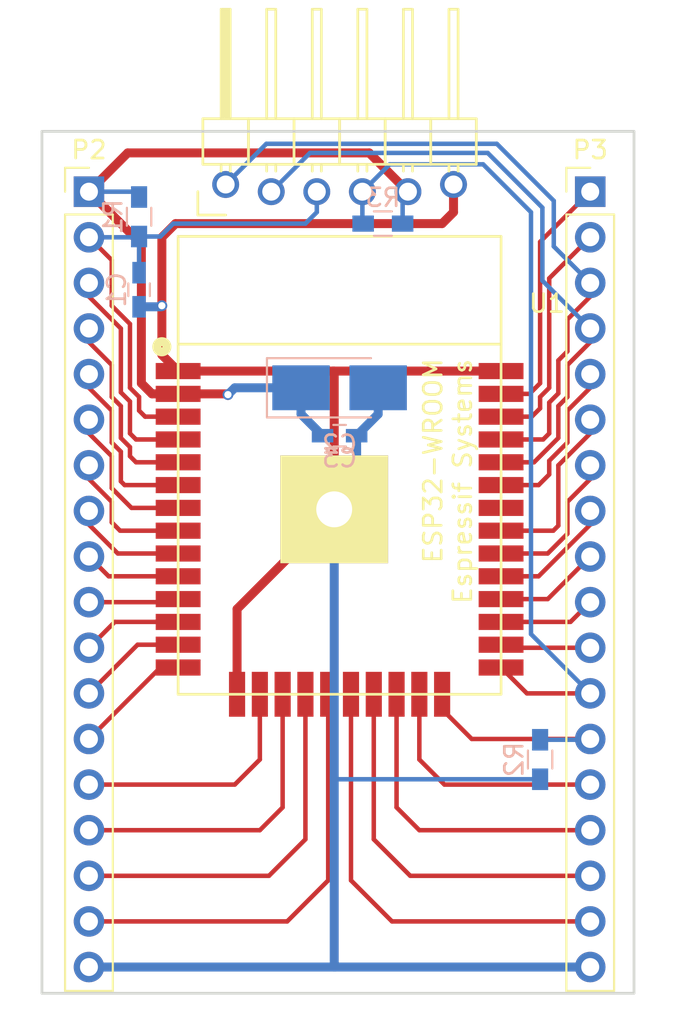
<source format=kicad_pcb>
(kicad_pcb (version 4) (host pcbnew 4.0.2-stable)

  (general
    (links 57)
    (no_connects 0)
    (area 129.511667 75.484999 167.668334 132.845)
    (thickness 1.6)
    (drawings 4)
    (tracks 215)
    (zones 0)
    (modules 10)
    (nets 37)
  )

  (page A4)
  (layers
    (0 F.Cu signal)
    (31 B.Cu signal)
    (32 B.Adhes user)
    (33 F.Adhes user)
    (34 B.Paste user)
    (35 F.Paste user)
    (36 B.SilkS user)
    (37 F.SilkS user)
    (38 B.Mask user)
    (39 F.Mask user)
    (40 Dwgs.User user)
    (41 Cmts.User user)
    (42 Eco1.User user)
    (43 Eco2.User user)
    (44 Edge.Cuts user)
    (45 Margin user)
    (46 B.CrtYd user)
    (47 F.CrtYd user)
    (48 B.Fab user)
    (49 F.Fab user)
  )

  (setup
    (last_trace_width 0.5)
    (user_trace_width 0.5)
    (user_trace_width 1)
    (user_trace_width 1.5)
    (trace_clearance 0.2)
    (zone_clearance 0.508)
    (zone_45_only no)
    (trace_min 0.2)
    (segment_width 0.2)
    (edge_width 0.15)
    (via_size 0.6)
    (via_drill 0.4)
    (via_min_size 0.4)
    (via_min_drill 0.3)
    (uvia_size 0.3)
    (uvia_drill 0.1)
    (uvias_allowed no)
    (uvia_min_size 0.2)
    (uvia_min_drill 0.1)
    (pcb_text_width 0.3)
    (pcb_text_size 1.5 1.5)
    (mod_edge_width 0.15)
    (mod_text_size 1 1)
    (mod_text_width 0.15)
    (pad_size 6 6)
    (pad_drill 2)
    (pad_to_mask_clearance 0.2)
    (aux_axis_origin 0 0)
    (visible_elements FFFFFF7F)
    (pcbplotparams
      (layerselection 0x00030_80000001)
      (usegerberextensions false)
      (excludeedgelayer true)
      (linewidth 0.100000)
      (plotframeref false)
      (viasonmask false)
      (mode 1)
      (useauxorigin false)
      (hpglpennumber 1)
      (hpglpenspeed 20)
      (hpglpendiameter 15)
      (hpglpenoverlay 2)
      (psnegative false)
      (psa4output false)
      (plotreference true)
      (plotvalue true)
      (plotinvisibletext false)
      (padsonsilk false)
      (subtractmaskfromsilk false)
      (outputformat 1)
      (mirror false)
      (drillshape 1)
      (scaleselection 1)
      (outputdirectory ""))
  )

  (net 0 "")
  (net 1 ~RST)
  (net 2 GND)
  (net 3 VCC)
  (net 4 TXD)
  (net 5 RXD)
  (net 6 ~FLASH)
  (net 7 "Net-(P2-Pad3)")
  (net 8 "Net-(P2-Pad4)")
  (net 9 "Net-(P2-Pad5)")
  (net 10 "Net-(P2-Pad6)")
  (net 11 "Net-(P2-Pad7)")
  (net 12 "Net-(P2-Pad8)")
  (net 13 "Net-(P2-Pad9)")
  (net 14 "Net-(P2-Pad10)")
  (net 15 "Net-(P2-Pad11)")
  (net 16 "Net-(P2-Pad12)")
  (net 17 "Net-(P2-Pad13)")
  (net 18 "Net-(P2-Pad14)")
  (net 19 "Net-(P2-Pad15)")
  (net 20 "Net-(P2-Pad16)")
  (net 21 "Net-(P2-Pad17)")
  (net 22 "Net-(P3-Pad1)")
  (net 23 "Net-(P3-Pad2)")
  (net 24 "Net-(P3-Pad5)")
  (net 25 "Net-(P3-Pad6)")
  (net 26 "Net-(P3-Pad7)")
  (net 27 "Net-(P3-Pad8)")
  (net 28 "Net-(P3-Pad9)")
  (net 29 "Net-(P3-Pad10)")
  (net 30 "Net-(P3-Pad11)")
  (net 31 "Net-(P3-Pad13)")
  (net 32 "Net-(P3-Pad14)")
  (net 33 "Net-(P3-Pad15)")
  (net 34 "Net-(P3-Pad16)")
  (net 35 "Net-(P3-Pad17)")
  (net 36 "Net-(U1-Pad32)")

  (net_class Default "This is the default net class."
    (clearance 0.2)
    (trace_width 0.25)
    (via_dia 0.6)
    (via_drill 0.4)
    (uvia_dia 0.3)
    (uvia_drill 0.1)
    (add_net GND)
    (add_net "Net-(P2-Pad10)")
    (add_net "Net-(P2-Pad11)")
    (add_net "Net-(P2-Pad12)")
    (add_net "Net-(P2-Pad13)")
    (add_net "Net-(P2-Pad14)")
    (add_net "Net-(P2-Pad15)")
    (add_net "Net-(P2-Pad16)")
    (add_net "Net-(P2-Pad17)")
    (add_net "Net-(P2-Pad3)")
    (add_net "Net-(P2-Pad4)")
    (add_net "Net-(P2-Pad5)")
    (add_net "Net-(P2-Pad6)")
    (add_net "Net-(P2-Pad7)")
    (add_net "Net-(P2-Pad8)")
    (add_net "Net-(P2-Pad9)")
    (add_net "Net-(P3-Pad1)")
    (add_net "Net-(P3-Pad10)")
    (add_net "Net-(P3-Pad11)")
    (add_net "Net-(P3-Pad13)")
    (add_net "Net-(P3-Pad14)")
    (add_net "Net-(P3-Pad15)")
    (add_net "Net-(P3-Pad16)")
    (add_net "Net-(P3-Pad17)")
    (add_net "Net-(P3-Pad2)")
    (add_net "Net-(P3-Pad5)")
    (add_net "Net-(P3-Pad6)")
    (add_net "Net-(P3-Pad7)")
    (add_net "Net-(P3-Pad8)")
    (add_net "Net-(P3-Pad9)")
    (add_net "Net-(U1-Pad32)")
    (add_net RXD)
    (add_net TXD)
    (add_net VCC)
    (add_net ~FLASH)
    (add_net ~RST)
  )

  (module Capacitors_SMD:C_0603_HandSoldering (layer B.Cu) (tedit 58AA848B) (tstamp 58DF828B)
    (at 137.414 91.821 270)
    (descr "Capacitor SMD 0603, hand soldering")
    (tags "capacitor 0603")
    (path /58D8B91A)
    (attr smd)
    (fp_text reference C1 (at 0 1.25 270) (layer B.SilkS)
      (effects (font (size 1 1) (thickness 0.15)) (justify mirror))
    )
    (fp_text value 1nF (at 0 -1.5 270) (layer B.Fab)
      (effects (font (size 1 1) (thickness 0.15)) (justify mirror))
    )
    (fp_text user %R (at 0 1.25 270) (layer B.Fab)
      (effects (font (size 1 1) (thickness 0.15)) (justify mirror))
    )
    (fp_line (start -0.8 -0.4) (end -0.8 0.4) (layer B.Fab) (width 0.1))
    (fp_line (start 0.8 -0.4) (end -0.8 -0.4) (layer B.Fab) (width 0.1))
    (fp_line (start 0.8 0.4) (end 0.8 -0.4) (layer B.Fab) (width 0.1))
    (fp_line (start -0.8 0.4) (end 0.8 0.4) (layer B.Fab) (width 0.1))
    (fp_line (start -0.35 0.6) (end 0.35 0.6) (layer B.SilkS) (width 0.12))
    (fp_line (start 0.35 -0.6) (end -0.35 -0.6) (layer B.SilkS) (width 0.12))
    (fp_line (start -1.8 0.65) (end 1.8 0.65) (layer B.CrtYd) (width 0.05))
    (fp_line (start -1.8 0.65) (end -1.8 -0.65) (layer B.CrtYd) (width 0.05))
    (fp_line (start 1.8 -0.65) (end 1.8 0.65) (layer B.CrtYd) (width 0.05))
    (fp_line (start 1.8 -0.65) (end -1.8 -0.65) (layer B.CrtYd) (width 0.05))
    (pad 1 smd rect (at -0.95 0 270) (size 1.2 0.75) (layers B.Cu B.Paste B.Mask)
      (net 1 ~RST))
    (pad 2 smd rect (at 0.95 0 270) (size 1.2 0.75) (layers B.Cu B.Paste B.Mask)
      (net 2 GND))
    (model Capacitors_SMD.3dshapes/C_0603.wrl
      (at (xyz 0 0 0))
      (scale (xyz 1 1 1))
      (rotate (xyz 0 0 0))
    )
  )

  (module Capacitors_Tantalum_SMD:CP_Tantalum_Case-B_EIA-3528-21_Hand (layer B.Cu) (tedit 57B6E980) (tstamp 58DF8291)
    (at 148.59 97.282)
    (descr "Tantalum capacitor, Case B, EIA 3528-21, 3.5x2.8x1.9mm, Hand soldering footprint")
    (tags "capacitor tantalum smd")
    (path /58D8C709)
    (attr smd)
    (fp_text reference C2 (at 0 3.15) (layer B.SilkS)
      (effects (font (size 1 1) (thickness 0.15)) (justify mirror))
    )
    (fp_text value 100uF/6.3V (at 0 -3.15) (layer B.Fab)
      (effects (font (size 1 1) (thickness 0.15)) (justify mirror))
    )
    (fp_line (start -4.15 1.75) (end -4.15 -1.75) (layer B.CrtYd) (width 0.05))
    (fp_line (start -4.15 -1.75) (end 4.15 -1.75) (layer B.CrtYd) (width 0.05))
    (fp_line (start 4.15 -1.75) (end 4.15 1.75) (layer B.CrtYd) (width 0.05))
    (fp_line (start 4.15 1.75) (end -4.15 1.75) (layer B.CrtYd) (width 0.05))
    (fp_line (start -1.75 1.4) (end -1.75 -1.4) (layer B.Fab) (width 0.1))
    (fp_line (start -1.75 -1.4) (end 1.75 -1.4) (layer B.Fab) (width 0.1))
    (fp_line (start 1.75 -1.4) (end 1.75 1.4) (layer B.Fab) (width 0.1))
    (fp_line (start 1.75 1.4) (end -1.75 1.4) (layer B.Fab) (width 0.1))
    (fp_line (start -1.4 1.4) (end -1.4 -1.4) (layer B.Fab) (width 0.1))
    (fp_line (start -1.225 1.4) (end -1.225 -1.4) (layer B.Fab) (width 0.1))
    (fp_line (start -4.05 1.65) (end 1.75 1.65) (layer B.SilkS) (width 0.12))
    (fp_line (start -4.05 -1.65) (end 1.75 -1.65) (layer B.SilkS) (width 0.12))
    (fp_line (start -4.05 1.65) (end -4.05 -1.65) (layer B.SilkS) (width 0.12))
    (pad 1 smd rect (at -2.15 0) (size 3.2 2.5) (layers B.Cu B.Paste B.Mask)
      (net 3 VCC))
    (pad 2 smd rect (at 2.15 0) (size 3.2 2.5) (layers B.Cu B.Paste B.Mask)
      (net 2 GND))
    (model Capacitors_Tantalum_SMD.3dshapes/CP_Tantalum_Case-B_EIA-3528-21.wrl
      (at (xyz 0 0 0))
      (scale (xyz 1 1 1))
      (rotate (xyz 0 0 0))
    )
  )

  (module Capacitors_SMD:C_0603_HandSoldering (layer B.Cu) (tedit 58AA848B) (tstamp 58DF8297)
    (at 148.59 99.949)
    (descr "Capacitor SMD 0603, hand soldering")
    (tags "capacitor 0603")
    (path /58D8C6B4)
    (attr smd)
    (fp_text reference C3 (at 0 1.25) (layer B.SilkS)
      (effects (font (size 1 1) (thickness 0.15)) (justify mirror))
    )
    (fp_text value 1uF (at 0 -1.5) (layer B.Fab)
      (effects (font (size 1 1) (thickness 0.15)) (justify mirror))
    )
    (fp_text user %R (at 0 1.25) (layer B.Fab)
      (effects (font (size 1 1) (thickness 0.15)) (justify mirror))
    )
    (fp_line (start -0.8 -0.4) (end -0.8 0.4) (layer B.Fab) (width 0.1))
    (fp_line (start 0.8 -0.4) (end -0.8 -0.4) (layer B.Fab) (width 0.1))
    (fp_line (start 0.8 0.4) (end 0.8 -0.4) (layer B.Fab) (width 0.1))
    (fp_line (start -0.8 0.4) (end 0.8 0.4) (layer B.Fab) (width 0.1))
    (fp_line (start -0.35 0.6) (end 0.35 0.6) (layer B.SilkS) (width 0.12))
    (fp_line (start 0.35 -0.6) (end -0.35 -0.6) (layer B.SilkS) (width 0.12))
    (fp_line (start -1.8 0.65) (end 1.8 0.65) (layer B.CrtYd) (width 0.05))
    (fp_line (start -1.8 0.65) (end -1.8 -0.65) (layer B.CrtYd) (width 0.05))
    (fp_line (start 1.8 -0.65) (end 1.8 0.65) (layer B.CrtYd) (width 0.05))
    (fp_line (start 1.8 -0.65) (end -1.8 -0.65) (layer B.CrtYd) (width 0.05))
    (pad 1 smd rect (at -0.95 0) (size 1.2 0.75) (layers B.Cu B.Paste B.Mask)
      (net 3 VCC))
    (pad 2 smd rect (at 0.95 0) (size 1.2 0.75) (layers B.Cu B.Paste B.Mask)
      (net 2 GND))
    (model Capacitors_SMD.3dshapes/C_0603.wrl
      (at (xyz 0 0 0))
      (scale (xyz 1 1 1))
      (rotate (xyz 0 0 0))
    )
  )

  (module suf_connector_misc:ESP_ISP (layer F.Cu) (tedit 5879F5DE) (tstamp 58DF82E2)
    (at 142.24 86.36 90)
    (descr "Through hole pin header")
    (tags "pin header")
    (path /58D65D4B)
    (fp_text reference P1 (at 0 -5.1 90) (layer F.SilkS) hide
      (effects (font (size 1 1) (thickness 0.15)))
    )
    (fp_text value CONN_01X06 (at 2.54 -2.54 90) (layer F.Fab)
      (effects (font (size 1 1) (thickness 0.15)))
    )
    (fp_line (start -1.5 -1.75) (end -1.5 14.45) (layer F.CrtYd) (width 0.05))
    (fp_line (start 10.65 -1.75) (end 10.65 14.45) (layer F.CrtYd) (width 0.05))
    (fp_line (start -1.5 -1.75) (end 10.65 -1.75) (layer F.CrtYd) (width 0.05))
    (fp_line (start -1.5 14.45) (end 10.65 14.45) (layer F.CrtYd) (width 0.05))
    (fp_line (start -1.3 -1.55) (end -1.3 0) (layer F.SilkS) (width 0.15))
    (fp_line (start 0 -1.55) (end -1.3 -1.55) (layer F.SilkS) (width 0.15))
    (fp_line (start 4.191 -0.127) (end 10.033 -0.127) (layer F.SilkS) (width 0.15))
    (fp_line (start 10.033 -0.127) (end 10.033 0.127) (layer F.SilkS) (width 0.15))
    (fp_line (start 10.033 0.127) (end 4.191 0.127) (layer F.SilkS) (width 0.15))
    (fp_line (start 4.191 0.127) (end 4.191 0) (layer F.SilkS) (width 0.15))
    (fp_line (start 4.191 0) (end 10.033 0) (layer F.SilkS) (width 0.15))
    (fp_line (start 1.524 -0.254) (end 1.143 -0.254) (layer F.SilkS) (width 0.15))
    (fp_line (start 1.524 0.254) (end 1.143 0.254) (layer F.SilkS) (width 0.15))
    (fp_line (start 1.524 2.286) (end 1.143 2.286) (layer F.SilkS) (width 0.15))
    (fp_line (start 1.524 2.794) (end 1.143 2.794) (layer F.SilkS) (width 0.15))
    (fp_line (start 1.524 4.826) (end 1.143 4.826) (layer F.SilkS) (width 0.15))
    (fp_line (start 1.524 5.334) (end 1.143 5.334) (layer F.SilkS) (width 0.15))
    (fp_line (start 1.524 12.954) (end 1.143 12.954) (layer F.SilkS) (width 0.15))
    (fp_line (start 1.524 12.446) (end 1.143 12.446) (layer F.SilkS) (width 0.15))
    (fp_line (start 1.524 10.414) (end 1.143 10.414) (layer F.SilkS) (width 0.15))
    (fp_line (start 1.524 9.906) (end 1.143 9.906) (layer F.SilkS) (width 0.15))
    (fp_line (start 1.524 7.874) (end 1.143 7.874) (layer F.SilkS) (width 0.15))
    (fp_line (start 1.524 7.366) (end 1.143 7.366) (layer F.SilkS) (width 0.15))
    (fp_line (start 1.524 -1.27) (end 4.064 -1.27) (layer F.SilkS) (width 0.15))
    (fp_line (start 1.524 1.27) (end 4.064 1.27) (layer F.SilkS) (width 0.15))
    (fp_line (start 1.524 1.27) (end 1.524 3.81) (layer F.SilkS) (width 0.15))
    (fp_line (start 1.524 3.81) (end 4.064 3.81) (layer F.SilkS) (width 0.15))
    (fp_line (start 4.064 2.286) (end 10.16 2.286) (layer F.SilkS) (width 0.15))
    (fp_line (start 10.16 2.286) (end 10.16 2.794) (layer F.SilkS) (width 0.15))
    (fp_line (start 10.16 2.794) (end 4.064 2.794) (layer F.SilkS) (width 0.15))
    (fp_line (start 4.064 3.81) (end 4.064 1.27) (layer F.SilkS) (width 0.15))
    (fp_line (start 4.064 1.27) (end 4.064 -1.27) (layer F.SilkS) (width 0.15))
    (fp_line (start 10.16 0.254) (end 4.064 0.254) (layer F.SilkS) (width 0.15))
    (fp_line (start 10.16 -0.254) (end 10.16 0.254) (layer F.SilkS) (width 0.15))
    (fp_line (start 4.064 -0.254) (end 10.16 -0.254) (layer F.SilkS) (width 0.15))
    (fp_line (start 1.524 1.27) (end 4.064 1.27) (layer F.SilkS) (width 0.15))
    (fp_line (start 1.524 -1.27) (end 1.524 1.27) (layer F.SilkS) (width 0.15))
    (fp_line (start 1.524 8.89) (end 4.064 8.89) (layer F.SilkS) (width 0.15))
    (fp_line (start 1.524 8.89) (end 1.524 11.43) (layer F.SilkS) (width 0.15))
    (fp_line (start 1.524 11.43) (end 4.064 11.43) (layer F.SilkS) (width 0.15))
    (fp_line (start 4.064 9.906) (end 10.16 9.906) (layer F.SilkS) (width 0.15))
    (fp_line (start 10.16 9.906) (end 10.16 10.414) (layer F.SilkS) (width 0.15))
    (fp_line (start 10.16 10.414) (end 4.064 10.414) (layer F.SilkS) (width 0.15))
    (fp_line (start 4.064 11.43) (end 4.064 8.89) (layer F.SilkS) (width 0.15))
    (fp_line (start 4.064 13.97) (end 4.064 11.43) (layer F.SilkS) (width 0.15))
    (fp_line (start 10.16 12.954) (end 4.064 12.954) (layer F.SilkS) (width 0.15))
    (fp_line (start 10.16 12.446) (end 10.16 12.954) (layer F.SilkS) (width 0.15))
    (fp_line (start 4.064 12.446) (end 10.16 12.446) (layer F.SilkS) (width 0.15))
    (fp_line (start 1.524 13.97) (end 4.064 13.97) (layer F.SilkS) (width 0.15))
    (fp_line (start 1.524 11.43) (end 1.524 13.97) (layer F.SilkS) (width 0.15))
    (fp_line (start 1.524 11.43) (end 4.064 11.43) (layer F.SilkS) (width 0.15))
    (fp_line (start 1.524 6.35) (end 4.064 6.35) (layer F.SilkS) (width 0.15))
    (fp_line (start 1.524 6.35) (end 1.524 8.89) (layer F.SilkS) (width 0.15))
    (fp_line (start 1.524 8.89) (end 4.064 8.89) (layer F.SilkS) (width 0.15))
    (fp_line (start 4.064 7.366) (end 10.16 7.366) (layer F.SilkS) (width 0.15))
    (fp_line (start 10.16 7.366) (end 10.16 7.874) (layer F.SilkS) (width 0.15))
    (fp_line (start 10.16 7.874) (end 4.064 7.874) (layer F.SilkS) (width 0.15))
    (fp_line (start 4.064 8.89) (end 4.064 6.35) (layer F.SilkS) (width 0.15))
    (fp_line (start 4.064 6.35) (end 4.064 3.81) (layer F.SilkS) (width 0.15))
    (fp_line (start 10.16 5.334) (end 4.064 5.334) (layer F.SilkS) (width 0.15))
    (fp_line (start 10.16 4.826) (end 10.16 5.334) (layer F.SilkS) (width 0.15))
    (fp_line (start 4.064 4.826) (end 10.16 4.826) (layer F.SilkS) (width 0.15))
    (fp_line (start 1.524 6.35) (end 4.064 6.35) (layer F.SilkS) (width 0.15))
    (fp_line (start 1.524 3.81) (end 1.524 6.35) (layer F.SilkS) (width 0.15))
    (fp_line (start 1.524 3.81) (end 4.064 3.81) (layer F.SilkS) (width 0.15))
    (pad 1 thru_hole circle (at 0.4 0 90) (size 1.5 1.5) (drill 1) (layers *.Cu *.Mask)
      (net 4 TXD))
    (pad 2 thru_hole circle (at 0 2.54 90) (size 1.5 1.5) (drill 1) (layers *.Cu *.Mask)
      (net 5 RXD))
    (pad 3 thru_hole circle (at 0 5.08 90) (size 1.5 1.5) (drill 1) (layers *.Cu *.Mask)
      (net 1 ~RST))
    (pad 4 thru_hole circle (at 0 7.62 90) (size 1.5 1.5) (drill 1) (layers *.Cu *.Mask)
      (net 6 ~FLASH))
    (pad 5 thru_hole circle (at 0 10.16 90) (size 1.5 1.5) (drill 1) (layers *.Cu *.Mask)
      (net 3 VCC))
    (pad 6 thru_hole circle (at 0.4 12.7 90) (size 1.5 1.5) (drill 1) (layers *.Cu *.Mask)
      (net 2 GND))
    (model Pin_Headers.3dshapes/Pin_Header_Angled_1x06.wrl
      (at (xyz 0 -0.25 0))
      (scale (xyz 1 1 1))
      (rotate (xyz 0 0 90))
    )
  )

  (module Pin_Headers:Pin_Header_Straight_1x18_Pitch2.54mm (layer F.Cu) (tedit 58CD4EC2) (tstamp 58DF82F8)
    (at 134.62 86.36)
    (descr "Through hole straight pin header, 1x18, 2.54mm pitch, single row")
    (tags "Through hole pin header THT 1x18 2.54mm single row")
    (path /58D66096)
    (fp_text reference P2 (at 0 -2.33) (layer F.SilkS)
      (effects (font (size 1 1) (thickness 0.15)))
    )
    (fp_text value CONN_01X18 (at 0 45.51) (layer F.Fab)
      (effects (font (size 1 1) (thickness 0.15)))
    )
    (fp_line (start -1.27 -1.27) (end -1.27 44.45) (layer F.Fab) (width 0.1))
    (fp_line (start -1.27 44.45) (end 1.27 44.45) (layer F.Fab) (width 0.1))
    (fp_line (start 1.27 44.45) (end 1.27 -1.27) (layer F.Fab) (width 0.1))
    (fp_line (start 1.27 -1.27) (end -1.27 -1.27) (layer F.Fab) (width 0.1))
    (fp_line (start -1.33 1.27) (end -1.33 44.51) (layer F.SilkS) (width 0.12))
    (fp_line (start -1.33 44.51) (end 1.33 44.51) (layer F.SilkS) (width 0.12))
    (fp_line (start 1.33 44.51) (end 1.33 1.27) (layer F.SilkS) (width 0.12))
    (fp_line (start 1.33 1.27) (end -1.33 1.27) (layer F.SilkS) (width 0.12))
    (fp_line (start -1.33 0) (end -1.33 -1.33) (layer F.SilkS) (width 0.12))
    (fp_line (start -1.33 -1.33) (end 0 -1.33) (layer F.SilkS) (width 0.12))
    (fp_line (start -1.8 -1.8) (end -1.8 44.95) (layer F.CrtYd) (width 0.05))
    (fp_line (start -1.8 44.95) (end 1.8 44.95) (layer F.CrtYd) (width 0.05))
    (fp_line (start 1.8 44.95) (end 1.8 -1.8) (layer F.CrtYd) (width 0.05))
    (fp_line (start 1.8 -1.8) (end -1.8 -1.8) (layer F.CrtYd) (width 0.05))
    (fp_text user %R (at 0 -2.33) (layer F.Fab)
      (effects (font (size 1 1) (thickness 0.15)))
    )
    (pad 1 thru_hole rect (at 0 0) (size 1.7 1.7) (drill 1) (layers *.Cu *.Mask)
      (net 3 VCC))
    (pad 2 thru_hole oval (at 0 2.54) (size 1.7 1.7) (drill 1) (layers *.Cu *.Mask)
      (net 1 ~RST))
    (pad 3 thru_hole oval (at 0 5.08) (size 1.7 1.7) (drill 1) (layers *.Cu *.Mask)
      (net 7 "Net-(P2-Pad3)"))
    (pad 4 thru_hole oval (at 0 7.62) (size 1.7 1.7) (drill 1) (layers *.Cu *.Mask)
      (net 8 "Net-(P2-Pad4)"))
    (pad 5 thru_hole oval (at 0 10.16) (size 1.7 1.7) (drill 1) (layers *.Cu *.Mask)
      (net 9 "Net-(P2-Pad5)"))
    (pad 6 thru_hole oval (at 0 12.7) (size 1.7 1.7) (drill 1) (layers *.Cu *.Mask)
      (net 10 "Net-(P2-Pad6)"))
    (pad 7 thru_hole oval (at 0 15.24) (size 1.7 1.7) (drill 1) (layers *.Cu *.Mask)
      (net 11 "Net-(P2-Pad7)"))
    (pad 8 thru_hole oval (at 0 17.78) (size 1.7 1.7) (drill 1) (layers *.Cu *.Mask)
      (net 12 "Net-(P2-Pad8)"))
    (pad 9 thru_hole oval (at 0 20.32) (size 1.7 1.7) (drill 1) (layers *.Cu *.Mask)
      (net 13 "Net-(P2-Pad9)"))
    (pad 10 thru_hole oval (at 0 22.86) (size 1.7 1.7) (drill 1) (layers *.Cu *.Mask)
      (net 14 "Net-(P2-Pad10)"))
    (pad 11 thru_hole oval (at 0 25.4) (size 1.7 1.7) (drill 1) (layers *.Cu *.Mask)
      (net 15 "Net-(P2-Pad11)"))
    (pad 12 thru_hole oval (at 0 27.94) (size 1.7 1.7) (drill 1) (layers *.Cu *.Mask)
      (net 16 "Net-(P2-Pad12)"))
    (pad 13 thru_hole oval (at 0 30.48) (size 1.7 1.7) (drill 1) (layers *.Cu *.Mask)
      (net 17 "Net-(P2-Pad13)"))
    (pad 14 thru_hole oval (at 0 33.02) (size 1.7 1.7) (drill 1) (layers *.Cu *.Mask)
      (net 18 "Net-(P2-Pad14)"))
    (pad 15 thru_hole oval (at 0 35.56) (size 1.7 1.7) (drill 1) (layers *.Cu *.Mask)
      (net 19 "Net-(P2-Pad15)"))
    (pad 16 thru_hole oval (at 0 38.1) (size 1.7 1.7) (drill 1) (layers *.Cu *.Mask)
      (net 20 "Net-(P2-Pad16)"))
    (pad 17 thru_hole oval (at 0 40.64) (size 1.7 1.7) (drill 1) (layers *.Cu *.Mask)
      (net 21 "Net-(P2-Pad17)"))
    (pad 18 thru_hole oval (at 0 43.18) (size 1.7 1.7) (drill 1) (layers *.Cu *.Mask)
      (net 2 GND))
    (model ${KISYS3DMOD}/Pin_Headers.3dshapes/Pin_Header_Straight_1x18_Pitch2.54mm.wrl
      (at (xyz 0 -0.85 0))
      (scale (xyz 1 1 1))
      (rotate (xyz 0 0 90))
    )
  )

  (module Pin_Headers:Pin_Header_Straight_1x18_Pitch2.54mm (layer F.Cu) (tedit 58CD4EC2) (tstamp 58DF830E)
    (at 162.56 86.36)
    (descr "Through hole straight pin header, 1x18, 2.54mm pitch, single row")
    (tags "Through hole pin header THT 1x18 2.54mm single row")
    (path /58D663E3)
    (fp_text reference P3 (at 0 -2.33) (layer F.SilkS)
      (effects (font (size 1 1) (thickness 0.15)))
    )
    (fp_text value CONN_01X18 (at 0 45.51) (layer F.Fab)
      (effects (font (size 1 1) (thickness 0.15)))
    )
    (fp_line (start -1.27 -1.27) (end -1.27 44.45) (layer F.Fab) (width 0.1))
    (fp_line (start -1.27 44.45) (end 1.27 44.45) (layer F.Fab) (width 0.1))
    (fp_line (start 1.27 44.45) (end 1.27 -1.27) (layer F.Fab) (width 0.1))
    (fp_line (start 1.27 -1.27) (end -1.27 -1.27) (layer F.Fab) (width 0.1))
    (fp_line (start -1.33 1.27) (end -1.33 44.51) (layer F.SilkS) (width 0.12))
    (fp_line (start -1.33 44.51) (end 1.33 44.51) (layer F.SilkS) (width 0.12))
    (fp_line (start 1.33 44.51) (end 1.33 1.27) (layer F.SilkS) (width 0.12))
    (fp_line (start 1.33 1.27) (end -1.33 1.27) (layer F.SilkS) (width 0.12))
    (fp_line (start -1.33 0) (end -1.33 -1.33) (layer F.SilkS) (width 0.12))
    (fp_line (start -1.33 -1.33) (end 0 -1.33) (layer F.SilkS) (width 0.12))
    (fp_line (start -1.8 -1.8) (end -1.8 44.95) (layer F.CrtYd) (width 0.05))
    (fp_line (start -1.8 44.95) (end 1.8 44.95) (layer F.CrtYd) (width 0.05))
    (fp_line (start 1.8 44.95) (end 1.8 -1.8) (layer F.CrtYd) (width 0.05))
    (fp_line (start 1.8 -1.8) (end -1.8 -1.8) (layer F.CrtYd) (width 0.05))
    (fp_text user %R (at 0 -2.33) (layer F.Fab)
      (effects (font (size 1 1) (thickness 0.15)))
    )
    (pad 1 thru_hole rect (at 0 0) (size 1.7 1.7) (drill 1) (layers *.Cu *.Mask)
      (net 22 "Net-(P3-Pad1)"))
    (pad 2 thru_hole oval (at 0 2.54) (size 1.7 1.7) (drill 1) (layers *.Cu *.Mask)
      (net 23 "Net-(P3-Pad2)"))
    (pad 3 thru_hole oval (at 0 5.08) (size 1.7 1.7) (drill 1) (layers *.Cu *.Mask)
      (net 4 TXD))
    (pad 4 thru_hole oval (at 0 7.62) (size 1.7 1.7) (drill 1) (layers *.Cu *.Mask)
      (net 5 RXD))
    (pad 5 thru_hole oval (at 0 10.16) (size 1.7 1.7) (drill 1) (layers *.Cu *.Mask)
      (net 24 "Net-(P3-Pad5)"))
    (pad 6 thru_hole oval (at 0 12.7) (size 1.7 1.7) (drill 1) (layers *.Cu *.Mask)
      (net 25 "Net-(P3-Pad6)"))
    (pad 7 thru_hole oval (at 0 15.24) (size 1.7 1.7) (drill 1) (layers *.Cu *.Mask)
      (net 26 "Net-(P3-Pad7)"))
    (pad 8 thru_hole oval (at 0 17.78) (size 1.7 1.7) (drill 1) (layers *.Cu *.Mask)
      (net 27 "Net-(P3-Pad8)"))
    (pad 9 thru_hole oval (at 0 20.32) (size 1.7 1.7) (drill 1) (layers *.Cu *.Mask)
      (net 28 "Net-(P3-Pad9)"))
    (pad 10 thru_hole oval (at 0 22.86) (size 1.7 1.7) (drill 1) (layers *.Cu *.Mask)
      (net 29 "Net-(P3-Pad10)"))
    (pad 11 thru_hole oval (at 0 25.4) (size 1.7 1.7) (drill 1) (layers *.Cu *.Mask)
      (net 30 "Net-(P3-Pad11)"))
    (pad 12 thru_hole oval (at 0 27.94) (size 1.7 1.7) (drill 1) (layers *.Cu *.Mask)
      (net 6 ~FLASH))
    (pad 13 thru_hole oval (at 0 30.48) (size 1.7 1.7) (drill 1) (layers *.Cu *.Mask)
      (net 31 "Net-(P3-Pad13)"))
    (pad 14 thru_hole oval (at 0 33.02) (size 1.7 1.7) (drill 1) (layers *.Cu *.Mask)
      (net 32 "Net-(P3-Pad14)"))
    (pad 15 thru_hole oval (at 0 35.56) (size 1.7 1.7) (drill 1) (layers *.Cu *.Mask)
      (net 33 "Net-(P3-Pad15)"))
    (pad 16 thru_hole oval (at 0 38.1) (size 1.7 1.7) (drill 1) (layers *.Cu *.Mask)
      (net 34 "Net-(P3-Pad16)"))
    (pad 17 thru_hole oval (at 0 40.64) (size 1.7 1.7) (drill 1) (layers *.Cu *.Mask)
      (net 35 "Net-(P3-Pad17)"))
    (pad 18 thru_hole oval (at 0 43.18) (size 1.7 1.7) (drill 1) (layers *.Cu *.Mask)
      (net 2 GND))
    (model ${KISYS3DMOD}/Pin_Headers.3dshapes/Pin_Header_Straight_1x18_Pitch2.54mm.wrl
      (at (xyz 0 -0.85 0))
      (scale (xyz 1 1 1))
      (rotate (xyz 0 0 90))
    )
  )

  (module Resistors_SMD:R_0603_HandSoldering (layer B.Cu) (tedit 58AAD9E8) (tstamp 58DF8314)
    (at 137.414 87.757 270)
    (descr "Resistor SMD 0603, hand soldering")
    (tags "resistor 0603")
    (path /58D8B863)
    (attr smd)
    (fp_text reference R1 (at 0 1.45 270) (layer B.SilkS)
      (effects (font (size 1 1) (thickness 0.15)) (justify mirror))
    )
    (fp_text value 12K (at 0 -1.55 270) (layer B.Fab)
      (effects (font (size 1 1) (thickness 0.15)) (justify mirror))
    )
    (fp_text user %R (at 0 1.45 270) (layer B.Fab)
      (effects (font (size 1 1) (thickness 0.15)) (justify mirror))
    )
    (fp_line (start -0.8 -0.4) (end -0.8 0.4) (layer B.Fab) (width 0.1))
    (fp_line (start 0.8 -0.4) (end -0.8 -0.4) (layer B.Fab) (width 0.1))
    (fp_line (start 0.8 0.4) (end 0.8 -0.4) (layer B.Fab) (width 0.1))
    (fp_line (start -0.8 0.4) (end 0.8 0.4) (layer B.Fab) (width 0.1))
    (fp_line (start 0.5 -0.68) (end -0.5 -0.68) (layer B.SilkS) (width 0.12))
    (fp_line (start -0.5 0.68) (end 0.5 0.68) (layer B.SilkS) (width 0.12))
    (fp_line (start -1.96 0.7) (end 1.95 0.7) (layer B.CrtYd) (width 0.05))
    (fp_line (start -1.96 0.7) (end -1.96 -0.7) (layer B.CrtYd) (width 0.05))
    (fp_line (start 1.95 -0.7) (end 1.95 0.7) (layer B.CrtYd) (width 0.05))
    (fp_line (start 1.95 -0.7) (end -1.96 -0.7) (layer B.CrtYd) (width 0.05))
    (pad 1 smd rect (at -1.1 0 270) (size 1.2 0.9) (layers B.Cu B.Paste B.Mask)
      (net 3 VCC))
    (pad 2 smd rect (at 1.1 0 270) (size 1.2 0.9) (layers B.Cu B.Paste B.Mask)
      (net 1 ~RST))
    (model Resistors_SMD.3dshapes/R_0603.wrl
      (at (xyz 0 0 0))
      (scale (xyz 1 1 1))
      (rotate (xyz 0 0 0))
    )
  )

  (module Resistors_SMD:R_0603_HandSoldering (layer B.Cu) (tedit 58AAD9E8) (tstamp 58DF831A)
    (at 159.766 117.983 270)
    (descr "Resistor SMD 0603, hand soldering")
    (tags "resistor 0603")
    (path /58D8B79C)
    (attr smd)
    (fp_text reference R2 (at 0 1.45 270) (layer B.SilkS)
      (effects (font (size 1 1) (thickness 0.15)) (justify mirror))
    )
    (fp_text value 5.1K (at 0 -1.55 270) (layer B.Fab)
      (effects (font (size 1 1) (thickness 0.15)) (justify mirror))
    )
    (fp_text user %R (at 0 1.45 270) (layer B.Fab)
      (effects (font (size 1 1) (thickness 0.15)) (justify mirror))
    )
    (fp_line (start -0.8 -0.4) (end -0.8 0.4) (layer B.Fab) (width 0.1))
    (fp_line (start 0.8 -0.4) (end -0.8 -0.4) (layer B.Fab) (width 0.1))
    (fp_line (start 0.8 0.4) (end 0.8 -0.4) (layer B.Fab) (width 0.1))
    (fp_line (start -0.8 0.4) (end 0.8 0.4) (layer B.Fab) (width 0.1))
    (fp_line (start 0.5 -0.68) (end -0.5 -0.68) (layer B.SilkS) (width 0.12))
    (fp_line (start -0.5 0.68) (end 0.5 0.68) (layer B.SilkS) (width 0.12))
    (fp_line (start -1.96 0.7) (end 1.95 0.7) (layer B.CrtYd) (width 0.05))
    (fp_line (start -1.96 0.7) (end -1.96 -0.7) (layer B.CrtYd) (width 0.05))
    (fp_line (start 1.95 -0.7) (end 1.95 0.7) (layer B.CrtYd) (width 0.05))
    (fp_line (start 1.95 -0.7) (end -1.96 -0.7) (layer B.CrtYd) (width 0.05))
    (pad 1 smd rect (at -1.1 0 270) (size 1.2 0.9) (layers B.Cu B.Paste B.Mask)
      (net 31 "Net-(P3-Pad13)"))
    (pad 2 smd rect (at 1.1 0 270) (size 1.2 0.9) (layers B.Cu B.Paste B.Mask)
      (net 2 GND))
    (model Resistors_SMD.3dshapes/R_0603.wrl
      (at (xyz 0 0 0))
      (scale (xyz 1 1 1))
      (rotate (xyz 0 0 0))
    )
  )

  (module Resistors_SMD:R_0603_HandSoldering (layer B.Cu) (tedit 58AAD9E8) (tstamp 58DF8320)
    (at 151.003 88.138 180)
    (descr "Resistor SMD 0603, hand soldering")
    (tags "resistor 0603")
    (path /58D8B6E6)
    (attr smd)
    (fp_text reference R3 (at 0 1.45 180) (layer B.SilkS)
      (effects (font (size 1 1) (thickness 0.15)) (justify mirror))
    )
    (fp_text value 5.1K (at 0 -1.55 180) (layer B.Fab)
      (effects (font (size 1 1) (thickness 0.15)) (justify mirror))
    )
    (fp_text user %R (at 0 1.45 180) (layer B.Fab)
      (effects (font (size 1 1) (thickness 0.15)) (justify mirror))
    )
    (fp_line (start -0.8 -0.4) (end -0.8 0.4) (layer B.Fab) (width 0.1))
    (fp_line (start 0.8 -0.4) (end -0.8 -0.4) (layer B.Fab) (width 0.1))
    (fp_line (start 0.8 0.4) (end 0.8 -0.4) (layer B.Fab) (width 0.1))
    (fp_line (start -0.8 0.4) (end 0.8 0.4) (layer B.Fab) (width 0.1))
    (fp_line (start 0.5 -0.68) (end -0.5 -0.68) (layer B.SilkS) (width 0.12))
    (fp_line (start -0.5 0.68) (end 0.5 0.68) (layer B.SilkS) (width 0.12))
    (fp_line (start -1.96 0.7) (end 1.95 0.7) (layer B.CrtYd) (width 0.05))
    (fp_line (start -1.96 0.7) (end -1.96 -0.7) (layer B.CrtYd) (width 0.05))
    (fp_line (start 1.95 -0.7) (end 1.95 0.7) (layer B.CrtYd) (width 0.05))
    (fp_line (start 1.95 -0.7) (end -1.96 -0.7) (layer B.CrtYd) (width 0.05))
    (pad 1 smd rect (at -1.1 0 180) (size 1.2 0.9) (layers B.Cu B.Paste B.Mask)
      (net 3 VCC))
    (pad 2 smd rect (at 1.1 0 180) (size 1.2 0.9) (layers B.Cu B.Paste B.Mask)
      (net 6 ~FLASH))
    (model Resistors_SMD.3dshapes/R_0603.wrl
      (at (xyz 0 0 0))
      (scale (xyz 1 1 1))
      (rotate (xyz 0 0 0))
    )
  )

  (module suf_module:ESP-WROOM-32 (layer F.Cu) (tedit 58E1F609) (tstamp 58DF834B)
    (at 148.59 101.6 180)
    (path /58D65D0C)
    (fp_text reference U1 (at -11.557 9.017 180) (layer F.SilkS)
      (effects (font (size 1 1) (thickness 0.15)))
    )
    (fp_text value ESP32-WROOM (at 5.715 14.224 180) (layer F.Fab)
      (effects (font (size 1 1) (thickness 0.15)))
    )
    (fp_text user "Espressif Systems" (at -6.858 -0.889 270) (layer F.SilkS)
      (effects (font (size 1 1) (thickness 0.15)))
    )
    (fp_circle (center 9.906 6.604) (end 10.033 6.858) (layer F.SilkS) (width 0.5))
    (fp_text user ESP32-WROOM (at -5.207 0.254 270) (layer F.SilkS)
      (effects (font (size 1 1) (thickness 0.15)))
    )
    (fp_line (start -9 6.75) (end 9 6.75) (layer F.SilkS) (width 0.15))
    (fp_line (start 9 12.75) (end 9 -12.75) (layer F.SilkS) (width 0.15))
    (fp_line (start -9 12.75) (end -9 -12.75) (layer F.SilkS) (width 0.15))
    (fp_line (start -9 -12.75) (end 9 -12.75) (layer F.SilkS) (width 0.15))
    (fp_line (start -9 12.75) (end 9 12.75) (layer F.SilkS) (width 0.15))
    (pad 38 smd rect (at -9 5.25 180) (size 2.5 0.9) (layers F.Cu F.Paste F.Mask)
      (net 2 GND))
    (pad 37 smd rect (at -9 3.98 180) (size 2.5 0.9) (layers F.Cu F.Paste F.Mask)
      (net 22 "Net-(P3-Pad1)"))
    (pad 36 smd rect (at -9 2.71 180) (size 2.5 0.9) (layers F.Cu F.Paste F.Mask)
      (net 23 "Net-(P3-Pad2)"))
    (pad 35 smd rect (at -9 1.44 180) (size 2.5 0.9) (layers F.Cu F.Paste F.Mask)
      (net 4 TXD))
    (pad 34 smd rect (at -9 0.17 180) (size 2.5 0.9) (layers F.Cu F.Paste F.Mask)
      (net 5 RXD))
    (pad 33 smd rect (at -9 -1.1 180) (size 2.5 0.9) (layers F.Cu F.Paste F.Mask)
      (net 24 "Net-(P3-Pad5)"))
    (pad 32 smd rect (at -9 -2.37 180) (size 2.5 0.9) (layers F.Cu F.Paste F.Mask)
      (net 36 "Net-(U1-Pad32)"))
    (pad 31 smd rect (at -9 -3.64 180) (size 2.5 0.9) (layers F.Cu F.Paste F.Mask)
      (net 25 "Net-(P3-Pad6)"))
    (pad 30 smd rect (at -9 -4.91 180) (size 2.5 0.9) (layers F.Cu F.Paste F.Mask)
      (net 26 "Net-(P3-Pad7)"))
    (pad 29 smd rect (at -9 -6.18 180) (size 2.5 0.9) (layers F.Cu F.Paste F.Mask)
      (net 27 "Net-(P3-Pad8)"))
    (pad 28 smd rect (at -9 -7.45 180) (size 2.5 0.9) (layers F.Cu F.Paste F.Mask)
      (net 28 "Net-(P3-Pad9)"))
    (pad 27 smd rect (at -9 -8.72 180) (size 2.5 0.9) (layers F.Cu F.Paste F.Mask)
      (net 29 "Net-(P3-Pad10)"))
    (pad 26 smd rect (at -9 -9.99 180) (size 2.5 0.9) (layers F.Cu F.Paste F.Mask)
      (net 30 "Net-(P3-Pad11)"))
    (pad 25 smd rect (at -9 -11.26 180) (size 2.5 0.9) (layers F.Cu F.Paste F.Mask)
      (net 6 ~FLASH))
    (pad 24 smd rect (at -5.715 -12.75 180) (size 0.9 2.5) (layers F.Cu F.Paste F.Mask)
      (net 31 "Net-(P3-Pad13)"))
    (pad 23 smd rect (at -4.445 -12.75 180) (size 0.9 2.5) (layers F.Cu F.Paste F.Mask)
      (net 32 "Net-(P3-Pad14)"))
    (pad 22 smd rect (at -3.175 -12.75 180) (size 0.9 2.5) (layers F.Cu F.Paste F.Mask)
      (net 33 "Net-(P3-Pad15)"))
    (pad 21 smd rect (at -1.905 -12.75 180) (size 0.9 2.5) (layers F.Cu F.Paste F.Mask)
      (net 34 "Net-(P3-Pad16)"))
    (pad 20 smd rect (at -0.635 -12.75 180) (size 0.9 2.5) (layers F.Cu F.Paste F.Mask)
      (net 35 "Net-(P3-Pad17)"))
    (pad 19 smd rect (at 0.635 -12.75 180) (size 0.9 2.5) (layers F.Cu F.Paste F.Mask)
      (net 21 "Net-(P2-Pad17)"))
    (pad 18 smd rect (at 1.905 -12.75 180) (size 0.9 2.5) (layers F.Cu F.Paste F.Mask)
      (net 20 "Net-(P2-Pad16)"))
    (pad 17 smd rect (at 3.175 -12.75 180) (size 0.9 2.5) (layers F.Cu F.Paste F.Mask)
      (net 19 "Net-(P2-Pad15)"))
    (pad 16 smd rect (at 4.445 -12.75 180) (size 0.9 2.5) (layers F.Cu F.Paste F.Mask)
      (net 18 "Net-(P2-Pad14)"))
    (pad 15 smd rect (at 5.715 -12.75 180) (size 0.9 2.5) (layers F.Cu F.Paste F.Mask)
      (net 2 GND))
    (pad 14 smd rect (at 9 -11.26 180) (size 2.5 0.9) (layers F.Cu F.Paste F.Mask)
      (net 17 "Net-(P2-Pad13)"))
    (pad 13 smd rect (at 9 -9.99 180) (size 2.5 0.9) (layers F.Cu F.Paste F.Mask)
      (net 16 "Net-(P2-Pad12)"))
    (pad 12 smd rect (at 9 -8.72 180) (size 2.5 0.9) (layers F.Cu F.Paste F.Mask)
      (net 15 "Net-(P2-Pad11)"))
    (pad 11 smd rect (at 9 -7.45 180) (size 2.5 0.9) (layers F.Cu F.Paste F.Mask)
      (net 14 "Net-(P2-Pad10)"))
    (pad 10 smd rect (at 9 -6.18 180) (size 2.5 0.9) (layers F.Cu F.Paste F.Mask)
      (net 13 "Net-(P2-Pad9)"))
    (pad 9 smd rect (at 9 -4.91 180) (size 2.5 0.9) (layers F.Cu F.Paste F.Mask)
      (net 12 "Net-(P2-Pad8)"))
    (pad 8 smd rect (at 9 -3.64 180) (size 2.5 0.9) (layers F.Cu F.Paste F.Mask)
      (net 11 "Net-(P2-Pad7)"))
    (pad 7 smd rect (at 9 -2.37 180) (size 2.5 0.9) (layers F.Cu F.Paste F.Mask)
      (net 10 "Net-(P2-Pad6)"))
    (pad 6 smd rect (at 9 -1.1 180) (size 2.5 0.9) (layers F.Cu F.Paste F.Mask)
      (net 9 "Net-(P2-Pad5)"))
    (pad 5 smd rect (at 9 0.17 180) (size 2.5 0.9) (layers F.Cu F.Paste F.Mask)
      (net 8 "Net-(P2-Pad4)"))
    (pad 4 smd rect (at 9 1.44 180) (size 2.5 0.9) (layers F.Cu F.Paste F.Mask)
      (net 7 "Net-(P2-Pad3)"))
    (pad 3 smd rect (at 9 2.71 180) (size 2.5 0.9) (layers F.Cu F.Paste F.Mask)
      (net 1 ~RST))
    (pad 2 smd rect (at 9 3.98 180) (size 2.5 0.9) (layers F.Cu F.Paste F.Mask)
      (net 3 VCC))
    (pad 1 smd rect (at 9 5.25 180) (size 2.5 0.9) (layers F.Cu F.Paste F.Mask)
      (net 2 GND))
    (pad 39 thru_hole rect (at 0.3 -2.45 180) (size 6 6) (drill 2) (layers *.Cu *.Mask F.SilkS)
      (net 2 GND))
  )

  (gr_line (start 132 131) (end 132 83) (angle 90) (layer Edge.Cuts) (width 0.15))
  (gr_line (start 165 131) (end 132 131) (angle 90) (layer Edge.Cuts) (width 0.15))
  (gr_line (start 165 83) (end 165 131) (angle 90) (layer Edge.Cuts) (width 0.15))
  (gr_line (start 132 83) (end 165 83) (angle 90) (layer Edge.Cuts) (width 0.15))

  (segment (start 139.59 98.89) (end 137.752 98.89) (width 0.25) (layer F.Cu) (net 1))
  (segment (start 135.89 90.17) (end 134.62 88.9) (width 0.25) (layer F.Cu) (net 1) (tstamp 58DF8F37))
  (segment (start 135.89 92.71) (end 135.89 90.17) (width 0.25) (layer F.Cu) (net 1) (tstamp 58DF8F32))
  (segment (start 136.906 93.726) (end 135.89 92.71) (width 0.25) (layer F.Cu) (net 1) (tstamp 58DF8F2C))
  (segment (start 136.906 97.282) (end 136.906 93.726) (width 0.25) (layer F.Cu) (net 1) (tstamp 58DF8F2A))
  (segment (start 137.414 97.79) (end 136.906 97.282) (width 0.25) (layer F.Cu) (net 1) (tstamp 58DF8F29))
  (segment (start 137.414 98.552) (end 137.414 97.79) (width 0.25) (layer F.Cu) (net 1) (tstamp 58DF8F26))
  (segment (start 137.752 98.89) (end 137.414 98.552) (width 0.25) (layer F.Cu) (net 1) (tstamp 58DF8F22))
  (segment (start 137.414 88.857) (end 138.6 88.857) (width 0.25) (layer B.Cu) (net 1))
  (segment (start 147.32 87.503) (end 147.32 86.36) (width 0.25) (layer B.Cu) (net 1) (tstamp 58DF8D84))
  (segment (start 146.685 88.138) (end 147.32 87.503) (width 0.25) (layer B.Cu) (net 1) (tstamp 58DF8D81))
  (segment (start 139.319 88.138) (end 146.685 88.138) (width 0.25) (layer B.Cu) (net 1) (tstamp 58DF8D7E))
  (segment (start 138.6 88.857) (end 139.319 88.138) (width 0.25) (layer B.Cu) (net 1) (tstamp 58DF8D78))
  (segment (start 137.414 88.857) (end 137.414 90.871) (width 0.25) (layer B.Cu) (net 1))
  (segment (start 134.62 88.9) (end 137.371 88.9) (width 0.25) (layer B.Cu) (net 1))
  (segment (start 137.371 88.9) (end 137.414 88.857) (width 0.25) (layer B.Cu) (net 1) (tstamp 58DF8C34))
  (segment (start 148.29 104.05) (end 148.29 96.35) (width 0.5) (layer F.Cu) (net 2))
  (segment (start 148.29 96.35) (end 148.247 96.393) (width 0.5) (layer F.Cu) (net 2) (tstamp 58E1F6D2))
  (segment (start 148.247 96.393) (end 148.209 96.393) (width 0.5) (layer F.Cu) (net 2) (tstamp 58E1F6DC))
  (segment (start 148.209 96.393) (end 148.209 96.35) (width 0.5) (layer F.Cu) (net 2) (tstamp 58E1F6DD))
  (segment (start 159.766 119.083) (end 148.29 119.083) (width 0.25) (layer B.Cu) (net 2))
  (segment (start 148.336 118.999) (end 148.29 118.999) (width 0.25) (layer B.Cu) (net 2) (tstamp 58E1F6BB))
  (segment (start 148.336 119.037) (end 148.336 118.999) (width 0.25) (layer B.Cu) (net 2) (tstamp 58E1F6BA))
  (segment (start 148.29 119.083) (end 148.336 119.037) (width 0.25) (layer B.Cu) (net 2) (tstamp 58E1F6B7))
  (segment (start 148.29 104.05) (end 148.29 118.999) (width 0.5) (layer B.Cu) (net 2))
  (segment (start 148.29 118.999) (end 148.29 129.54) (width 0.5) (layer B.Cu) (net 2) (tstamp 58E1F6BC))
  (segment (start 148.29 129.54) (end 148.336 129.494) (width 0.5) (layer B.Cu) (net 2) (tstamp 58E1F6A5))
  (segment (start 148.336 129.494) (end 148.336 129.413) (width 0.5) (layer B.Cu) (net 2) (tstamp 58E1F6AA))
  (segment (start 148.336 129.413) (end 148.336 129.54) (width 0.5) (layer B.Cu) (net 2) (tstamp 58E1F6AB))
  (segment (start 162.56 129.54) (end 148.336 129.54) (width 0.5) (layer B.Cu) (net 2))
  (segment (start 148.336 129.54) (end 134.62 129.54) (width 0.5) (layer B.Cu) (net 2) (tstamp 58E1F6AC))
  (segment (start 148.29 104.05) (end 148.29 104.186) (width 0.5) (layer F.Cu) (net 2))
  (segment (start 148.29 104.186) (end 142.875 109.601) (width 0.5) (layer F.Cu) (net 2) (tstamp 58E1F671))
  (segment (start 142.875 109.601) (end 142.875 114.35) (width 0.5) (layer F.Cu) (net 2) (tstamp 58E1F674))
  (segment (start 149.54 99.949) (end 149.54 102.8) (width 0.5) (layer B.Cu) (net 2))
  (segment (start 149.54 102.8) (end 148.29 104.05) (width 0.5) (layer B.Cu) (net 2) (tstamp 58E1F633))
  (segment (start 137.414 92.771) (end 138.623 92.771) (width 0.5) (layer B.Cu) (net 2))
  (via (at 138.684 92.71) (size 0.6) (drill 0.4) (layers F.Cu B.Cu) (net 2))
  (segment (start 138.623 92.771) (end 138.684 92.71) (width 0.5) (layer B.Cu) (net 2) (tstamp 58DF901D))
  (segment (start 139.59 96.35) (end 148.209 96.35) (width 0.5) (layer F.Cu) (net 2))
  (segment (start 148.209 96.35) (end 157.59 96.35) (width 0.5) (layer F.Cu) (net 2) (tstamp 58E1F6DE))
  (segment (start 150.74 97.282) (end 150.74 98.749) (width 0.5) (layer B.Cu) (net 2))
  (segment (start 150.74 98.749) (end 149.54 99.949) (width 0.5) (layer B.Cu) (net 2) (tstamp 58DF8FE1))
  (segment (start 139.59 96.35) (end 138.684 95.444) (width 0.5) (layer F.Cu) (net 2))
  (segment (start 154.94 87.503) (end 154.94 85.96) (width 0.5) (layer F.Cu) (net 2) (tstamp 58DF8D17))
  (segment (start 154.305 88.138) (end 154.94 87.503) (width 0.5) (layer F.Cu) (net 2) (tstamp 58DF8D16))
  (segment (start 139.446 88.138) (end 154.305 88.138) (width 0.5) (layer F.Cu) (net 2) (tstamp 58DF8D0F))
  (segment (start 138.684 88.9) (end 139.446 88.138) (width 0.5) (layer F.Cu) (net 2) (tstamp 58DF8D06))
  (segment (start 138.684 95.444) (end 138.684 92.71) (width 0.5) (layer F.Cu) (net 2) (tstamp 58DF8D02))
  (segment (start 138.684 92.71) (end 138.684 88.9) (width 0.5) (layer F.Cu) (net 2) (tstamp 58DF9028))
  (segment (start 146.44 97.282) (end 146.44 98.749) (width 0.5) (layer B.Cu) (net 3))
  (segment (start 146.44 98.749) (end 147.64 99.949) (width 0.5) (layer B.Cu) (net 3) (tstamp 58DF8FDD))
  (segment (start 146.44 97.282) (end 142.748 97.282) (width 0.5) (layer B.Cu) (net 3))
  (segment (start 142.324 97.62) (end 139.59 97.62) (width 0.5) (layer F.Cu) (net 3) (tstamp 58DF8FD1))
  (segment (start 142.367 97.663) (end 142.324 97.62) (width 0.5) (layer F.Cu) (net 3) (tstamp 58DF8FD0))
  (via (at 142.367 97.663) (size 0.6) (drill 0.4) (layers F.Cu B.Cu) (net 3))
  (segment (start 142.748 97.282) (end 142.367 97.663) (width 0.5) (layer B.Cu) (net 3) (tstamp 58DF8FC9))
  (segment (start 139.59 97.62) (end 138.133 97.62) (width 0.5) (layer F.Cu) (net 3))
  (segment (start 137.541 89.281) (end 134.62 86.36) (width 0.5) (layer F.Cu) (net 3) (tstamp 58DF8F56))
  (segment (start 137.541 97.028) (end 137.541 89.281) (width 0.5) (layer F.Cu) (net 3) (tstamp 58DF8F55))
  (segment (start 138.133 97.62) (end 137.541 97.028) (width 0.5) (layer F.Cu) (net 3) (tstamp 58DF8F52))
  (segment (start 152.103 88.138) (end 152.103 86.657) (width 0.25) (layer B.Cu) (net 3))
  (segment (start 152.103 86.657) (end 152.4 86.36) (width 0.25) (layer B.Cu) (net 3) (tstamp 58DF8D5B))
  (segment (start 134.62 86.36) (end 136.779 84.201) (width 0.5) (layer F.Cu) (net 3))
  (segment (start 150.241 84.201) (end 152.4 86.36) (width 0.5) (layer F.Cu) (net 3) (tstamp 58DF8CB8))
  (segment (start 136.779 84.201) (end 150.241 84.201) (width 0.5) (layer F.Cu) (net 3) (tstamp 58DF8CB1))
  (segment (start 134.62 86.36) (end 137.117 86.36) (width 0.25) (layer B.Cu) (net 3))
  (segment (start 137.117 86.36) (end 137.414 86.657) (width 0.25) (layer B.Cu) (net 3) (tstamp 58DF8C31))
  (segment (start 162.56 91.44) (end 160.528 89.408) (width 0.25) (layer B.Cu) (net 4))
  (segment (start 144.507 83.693) (end 142.24 85.96) (width 0.25) (layer B.Cu) (net 4) (tstamp 58DF8DED))
  (segment (start 157.353 83.693) (end 144.507 83.693) (width 0.25) (layer B.Cu) (net 4) (tstamp 58DF8DE4))
  (segment (start 160.528 86.868) (end 157.353 83.693) (width 0.25) (layer B.Cu) (net 4) (tstamp 58DF8DE3))
  (segment (start 160.528 89.408) (end 160.528 86.868) (width 0.25) (layer B.Cu) (net 4) (tstamp 58DF8DE0))
  (segment (start 157.59 100.16) (end 159.936 100.16) (width 0.25) (layer F.Cu) (net 4))
  (segment (start 161.29 93.472) (end 162.56 92.202) (width 0.25) (layer F.Cu) (net 4) (tstamp 58DF8938))
  (segment (start 161.29 95.25) (end 161.29 93.472) (width 0.25) (layer F.Cu) (net 4) (tstamp 58DF8935))
  (segment (start 160.782 95.758) (end 161.29 95.25) (width 0.25) (layer F.Cu) (net 4) (tstamp 58DF8930))
  (segment (start 160.782 97.593998) (end 160.782 95.758) (width 0.25) (layer F.Cu) (net 4) (tstamp 58DF892F))
  (segment (start 160.274 98.101998) (end 160.782 97.593998) (width 0.25) (layer F.Cu) (net 4) (tstamp 58DF892B))
  (segment (start 160.274 99.822) (end 160.274 98.101998) (width 0.25) (layer F.Cu) (net 4) (tstamp 58DF892A))
  (segment (start 159.936 100.16) (end 160.274 99.822) (width 0.25) (layer F.Cu) (net 4) (tstamp 58DF8926))
  (segment (start 162.56 92.202) (end 162.56 91.44) (width 0.25) (layer F.Cu) (net 4) (tstamp 58DF893B))
  (segment (start 144.78 86.36) (end 146.939 84.201) (width 0.25) (layer B.Cu) (net 5))
  (segment (start 159.893 91.313) (end 162.56 93.98) (width 0.25) (layer B.Cu) (net 5) (tstamp 58DF8DAF))
  (segment (start 159.893 87.249) (end 159.893 91.313) (width 0.25) (layer B.Cu) (net 5) (tstamp 58DF8DA9))
  (segment (start 156.845 84.201) (end 159.893 87.249) (width 0.25) (layer B.Cu) (net 5) (tstamp 58DF8D9F))
  (segment (start 146.939 84.201) (end 156.845 84.201) (width 0.25) (layer B.Cu) (net 5) (tstamp 58DF8D93))
  (segment (start 157.59 101.43) (end 159.428 101.43) (width 0.25) (layer F.Cu) (net 5))
  (segment (start 161.29 96.012) (end 162.56 94.742) (width 0.25) (layer F.Cu) (net 5) (tstamp 58DF88F4))
  (segment (start 161.29 97.79) (end 161.29 96.012) (width 0.25) (layer F.Cu) (net 5) (tstamp 58DF88F1))
  (segment (start 160.782 98.298) (end 161.29 97.79) (width 0.25) (layer F.Cu) (net 5) (tstamp 58DF88EC))
  (segment (start 160.782 100.076) (end 160.782 98.298) (width 0.25) (layer F.Cu) (net 5) (tstamp 58DF88DD))
  (segment (start 159.428 101.43) (end 160.782 100.076) (width 0.25) (layer F.Cu) (net 5) (tstamp 58DF88D8))
  (segment (start 162.56 94.742) (end 162.56 93.98) (width 0.25) (layer F.Cu) (net 5) (tstamp 58DF8900))
  (segment (start 149.86 86.36) (end 151.384 84.836) (width 0.25) (layer B.Cu) (net 6))
  (segment (start 159.258 110.998) (end 162.56 114.3) (width 0.25) (layer B.Cu) (net 6) (tstamp 58DF8ECA))
  (segment (start 159.258 87.503) (end 159.258 110.998) (width 0.25) (layer B.Cu) (net 6) (tstamp 58DF8EC5))
  (segment (start 156.591 84.836) (end 159.258 87.503) (width 0.25) (layer B.Cu) (net 6) (tstamp 58DF8EC2))
  (segment (start 151.384 84.836) (end 156.591 84.836) (width 0.25) (layer B.Cu) (net 6) (tstamp 58DF8EB8))
  (segment (start 149.86 86.36) (end 149.86 88.095) (width 0.25) (layer B.Cu) (net 6))
  (segment (start 149.86 88.095) (end 149.903 88.138) (width 0.25) (layer B.Cu) (net 6) (tstamp 58DF8D57))
  (segment (start 157.59 112.86) (end 159.03 114.3) (width 0.25) (layer F.Cu) (net 6))
  (segment (start 159.03 114.3) (end 162.56 114.3) (width 0.25) (layer F.Cu) (net 6) (tstamp 58DF87D8))
  (segment (start 139.59 100.16) (end 137.244 100.16) (width 0.25) (layer F.Cu) (net 7))
  (segment (start 136.398 93.98) (end 134.62 92.202) (width 0.25) (layer F.Cu) (net 7) (tstamp 58DF870A))
  (segment (start 136.398 97.536) (end 136.398 93.98) (width 0.25) (layer F.Cu) (net 7) (tstamp 58DF8707))
  (segment (start 136.906 98.044) (end 136.398 97.536) (width 0.25) (layer F.Cu) (net 7) (tstamp 58DF8701))
  (segment (start 136.906 99.822) (end 136.906 98.044) (width 0.25) (layer F.Cu) (net 7) (tstamp 58DF86FB))
  (segment (start 137.244 100.16) (end 136.906 99.822) (width 0.25) (layer F.Cu) (net 7) (tstamp 58DF86F1))
  (segment (start 134.62 92.202) (end 134.62 91.44) (width 0.25) (layer F.Cu) (net 7) (tstamp 58DF870F))
  (segment (start 139.59 101.43) (end 137.244 101.43) (width 0.25) (layer F.Cu) (net 8))
  (segment (start 135.89 96.012) (end 134.62 94.742) (width 0.25) (layer F.Cu) (net 8) (tstamp 58DF86E6))
  (segment (start 135.89 97.79) (end 135.89 96.012) (width 0.25) (layer F.Cu) (net 8) (tstamp 58DF86E3))
  (segment (start 136.398 98.298) (end 135.89 97.79) (width 0.25) (layer F.Cu) (net 8) (tstamp 58DF86DE))
  (segment (start 136.398 100.076) (end 136.398 98.298) (width 0.25) (layer F.Cu) (net 8) (tstamp 58DF86DB))
  (segment (start 136.906 100.584) (end 136.398 100.076) (width 0.25) (layer F.Cu) (net 8) (tstamp 58DF86D9))
  (segment (start 136.906 101.092) (end 136.906 100.584) (width 0.25) (layer F.Cu) (net 8) (tstamp 58DF86D6))
  (segment (start 137.244 101.43) (end 136.906 101.092) (width 0.25) (layer F.Cu) (net 8) (tstamp 58DF86D1))
  (segment (start 134.62 94.742) (end 134.62 93.98) (width 0.25) (layer F.Cu) (net 8) (tstamp 58DF86E8))
  (segment (start 139.59 102.7) (end 136.609 102.7) (width 0.25) (layer F.Cu) (net 9))
  (segment (start 135.89 98.552) (end 134.62 97.282) (width 0.25) (layer F.Cu) (net 9) (tstamp 58DF86C4))
  (segment (start 135.89 100.33) (end 135.89 98.552) (width 0.25) (layer F.Cu) (net 9) (tstamp 58DF86C2))
  (segment (start 136.398 100.838) (end 135.89 100.33) (width 0.25) (layer F.Cu) (net 9) (tstamp 58DF86BF))
  (segment (start 136.398 102.489) (end 136.398 100.838) (width 0.25) (layer F.Cu) (net 9) (tstamp 58DF86BD))
  (segment (start 136.609 102.7) (end 136.398 102.489) (width 0.25) (layer F.Cu) (net 9) (tstamp 58DF86B8))
  (segment (start 134.62 97.282) (end 134.62 96.52) (width 0.25) (layer F.Cu) (net 9) (tstamp 58DF86C7))
  (segment (start 139.59 103.97) (end 136.99 103.97) (width 0.25) (layer F.Cu) (net 10))
  (segment (start 135.89 101.092) (end 134.62 99.822) (width 0.25) (layer F.Cu) (net 10) (tstamp 58DF86AF))
  (segment (start 135.89 102.87) (end 135.89 101.092) (width 0.25) (layer F.Cu) (net 10) (tstamp 58DF86AC))
  (segment (start 136.99 103.97) (end 135.89 102.87) (width 0.25) (layer F.Cu) (net 10) (tstamp 58DF86A4))
  (segment (start 134.62 99.822) (end 134.62 99.06) (width 0.25) (layer F.Cu) (net 10) (tstamp 58DF86B0))
  (segment (start 139.59 105.24) (end 136.355 105.24) (width 0.25) (layer F.Cu) (net 11))
  (segment (start 135.89 103.632) (end 134.62 102.362) (width 0.25) (layer F.Cu) (net 11) (tstamp 58DF869A))
  (segment (start 135.89 104.775) (end 135.89 103.632) (width 0.25) (layer F.Cu) (net 11) (tstamp 58DF8697))
  (segment (start 136.355 105.24) (end 135.89 104.775) (width 0.25) (layer F.Cu) (net 11) (tstamp 58DF8693))
  (segment (start 134.62 102.362) (end 134.62 101.6) (width 0.25) (layer F.Cu) (net 11) (tstamp 58DF869E))
  (segment (start 139.59 106.51) (end 136.228 106.51) (width 0.25) (layer F.Cu) (net 12))
  (segment (start 136.228 106.51) (end 134.62 104.902) (width 0.25) (layer F.Cu) (net 12) (tstamp 58DF8688))
  (segment (start 134.62 104.902) (end 134.62 104.14) (width 0.25) (layer F.Cu) (net 12) (tstamp 58DF868B))
  (segment (start 139.59 107.78) (end 135.72 107.78) (width 0.25) (layer F.Cu) (net 13))
  (segment (start 135.72 107.78) (end 134.62 106.68) (width 0.25) (layer F.Cu) (net 13) (tstamp 58DF8681))
  (segment (start 134.62 109.22) (end 139.42 109.22) (width 0.25) (layer F.Cu) (net 14))
  (segment (start 139.42 109.22) (end 139.59 109.05) (width 0.25) (layer F.Cu) (net 14) (tstamp 58DF8663))
  (segment (start 139.59 110.32) (end 136.06 110.32) (width 0.25) (layer F.Cu) (net 15))
  (segment (start 136.06 110.32) (end 134.62 111.76) (width 0.25) (layer F.Cu) (net 15) (tstamp 58DF866D))
  (segment (start 138.346 110.32) (end 139.59 110.32) (width 0.25) (layer F.Cu) (net 15) (tstamp 58DF865D))
  (segment (start 139.59 111.59) (end 137.33 111.59) (width 0.25) (layer F.Cu) (net 16))
  (segment (start 137.33 111.59) (end 134.62 114.3) (width 0.25) (layer F.Cu) (net 16) (tstamp 58DF8675))
  (segment (start 139.59 112.86) (end 138.6 112.86) (width 0.25) (layer F.Cu) (net 17))
  (segment (start 138.6 112.86) (end 134.62 116.84) (width 0.25) (layer F.Cu) (net 17) (tstamp 58DF8641))
  (segment (start 134.62 119.38) (end 142.748 119.38) (width 0.25) (layer F.Cu) (net 18))
  (segment (start 144.145 117.983) (end 144.145 114.35) (width 0.25) (layer F.Cu) (net 18) (tstamp 58DF8766))
  (segment (start 142.748 119.38) (end 144.145 117.983) (width 0.25) (layer F.Cu) (net 18) (tstamp 58DF8764))
  (segment (start 134.62 121.92) (end 144.145 121.92) (width 0.25) (layer F.Cu) (net 19))
  (segment (start 145.415 120.65) (end 145.415 114.35) (width 0.25) (layer F.Cu) (net 19) (tstamp 58DF8760))
  (segment (start 144.145 121.92) (end 145.415 120.65) (width 0.25) (layer F.Cu) (net 19) (tstamp 58DF875E))
  (segment (start 134.62 124.46) (end 144.653 124.46) (width 0.25) (layer F.Cu) (net 20))
  (segment (start 146.685 122.428) (end 146.685 114.35) (width 0.25) (layer F.Cu) (net 20) (tstamp 58DF875A))
  (segment (start 144.653 124.46) (end 146.685 122.428) (width 0.25) (layer F.Cu) (net 20) (tstamp 58DF8756))
  (segment (start 134.62 127) (end 145.669 127) (width 0.25) (layer F.Cu) (net 21))
  (segment (start 147.955 124.714) (end 147.955 114.35) (width 0.25) (layer F.Cu) (net 21) (tstamp 58DF8752))
  (segment (start 145.669 127) (end 147.955 124.714) (width 0.25) (layer F.Cu) (net 21) (tstamp 58DF874C))
  (segment (start 162.56 86.36) (end 159.766 89.154) (width 0.25) (layer F.Cu) (net 22))
  (segment (start 159.174 97.62) (end 157.59 97.62) (width 0.25) (layer F.Cu) (net 22) (tstamp 58DF8E26))
  (segment (start 159.766 97.028) (end 159.174 97.62) (width 0.25) (layer F.Cu) (net 22) (tstamp 58DF8E24))
  (segment (start 159.766 89.154) (end 159.766 97.028) (width 0.25) (layer F.Cu) (net 22) (tstamp 58DF8E14))
  (segment (start 157.59 98.89) (end 159.301 98.89) (width 0.25) (layer F.Cu) (net 23))
  (segment (start 160.274 91.186) (end 162.56 88.9) (width 0.25) (layer F.Cu) (net 23) (tstamp 58DF8E0C))
  (segment (start 160.274 97.282) (end 160.274 91.186) (width 0.25) (layer F.Cu) (net 23) (tstamp 58DF8E0A))
  (segment (start 159.766 97.79) (end 160.274 97.282) (width 0.25) (layer F.Cu) (net 23) (tstamp 58DF8E05))
  (segment (start 159.766 98.425) (end 159.766 97.79) (width 0.25) (layer F.Cu) (net 23) (tstamp 58DF8E04))
  (segment (start 159.301 98.89) (end 159.766 98.425) (width 0.25) (layer F.Cu) (net 23) (tstamp 58DF8DFE))
  (segment (start 157.59 102.7) (end 159.682 102.7) (width 0.25) (layer F.Cu) (net 24))
  (segment (start 161.29 98.552) (end 162.56 97.282) (width 0.25) (layer F.Cu) (net 24) (tstamp 58DF8898))
  (segment (start 161.29 100.33) (end 161.29 98.552) (width 0.25) (layer F.Cu) (net 24) (tstamp 58DF8894))
  (segment (start 160.274 101.346) (end 161.29 100.33) (width 0.25) (layer F.Cu) (net 24) (tstamp 58DF888F))
  (segment (start 160.274 102.108) (end 160.274 101.346) (width 0.25) (layer F.Cu) (net 24) (tstamp 58DF888D))
  (segment (start 159.682 102.7) (end 160.274 102.108) (width 0.25) (layer F.Cu) (net 24) (tstamp 58DF887B))
  (segment (start 162.56 97.282) (end 162.56 96.52) (width 0.25) (layer F.Cu) (net 24) (tstamp 58DF88A3))
  (segment (start 157.59 105.24) (end 160.501998 105.24) (width 0.25) (layer F.Cu) (net 25))
  (segment (start 160.782 101.6) (end 162.56 99.822) (width 0.25) (layer F.Cu) (net 25) (tstamp 58DF8835))
  (segment (start 160.782 104.959998) (end 160.782 101.6) (width 0.25) (layer F.Cu) (net 25) (tstamp 58DF8823))
  (segment (start 160.501998 105.24) (end 160.782 104.959998) (width 0.25) (layer F.Cu) (net 25) (tstamp 58DF881A))
  (segment (start 162.56 99.822) (end 162.56 99.06) (width 0.25) (layer F.Cu) (net 25) (tstamp 58DF883A))
  (segment (start 157.59 106.51) (end 160.19 106.51) (width 0.25) (layer F.Cu) (net 26))
  (segment (start 161.29 103.632) (end 162.56 102.362) (width 0.25) (layer F.Cu) (net 26) (tstamp 58DF880F))
  (segment (start 161.29 105.41) (end 161.29 103.632) (width 0.25) (layer F.Cu) (net 26) (tstamp 58DF8809))
  (segment (start 160.19 106.51) (end 161.29 105.41) (width 0.25) (layer F.Cu) (net 26) (tstamp 58DF8803))
  (segment (start 162.56 102.362) (end 162.56 101.6) (width 0.25) (layer F.Cu) (net 26) (tstamp 58DF8812))
  (segment (start 157.59 107.78) (end 159.682 107.78) (width 0.25) (layer F.Cu) (net 27))
  (segment (start 159.682 107.78) (end 162.56 104.902) (width 0.25) (layer F.Cu) (net 27) (tstamp 58DF87F7))
  (segment (start 162.56 104.902) (end 162.56 104.14) (width 0.25) (layer F.Cu) (net 27) (tstamp 58DF87FD))
  (segment (start 157.59 109.05) (end 160.19 109.05) (width 0.25) (layer F.Cu) (net 28))
  (segment (start 160.19 109.05) (end 162.56 106.68) (width 0.25) (layer F.Cu) (net 28) (tstamp 58DF87F3))
  (segment (start 157.59 110.32) (end 161.46 110.32) (width 0.25) (layer F.Cu) (net 29))
  (segment (start 161.46 110.32) (end 162.56 109.22) (width 0.25) (layer F.Cu) (net 29) (tstamp 58DF87EB))
  (segment (start 157.59 111.59) (end 157.76 111.76) (width 0.25) (layer F.Cu) (net 30))
  (segment (start 157.76 111.76) (end 162.56 111.76) (width 0.25) (layer F.Cu) (net 30) (tstamp 58DF87E8))
  (segment (start 162.56 116.84) (end 162.517 116.883) (width 0.25) (layer B.Cu) (net 31))
  (segment (start 162.517 116.883) (end 159.766 116.883) (width 0.25) (layer B.Cu) (net 31) (tstamp 58DF8B2A))
  (segment (start 154.305 114.35) (end 154.305 115.189) (width 0.25) (layer F.Cu) (net 31))
  (segment (start 154.305 115.189) (end 155.956 116.84) (width 0.25) (layer F.Cu) (net 31) (tstamp 58DF87B2))
  (segment (start 155.956 116.84) (end 162.56 116.84) (width 0.25) (layer F.Cu) (net 31) (tstamp 58DF87B8))
  (segment (start 153.035 114.35) (end 153.035 117.983) (width 0.25) (layer F.Cu) (net 32))
  (segment (start 154.432 119.38) (end 162.56 119.38) (width 0.25) (layer F.Cu) (net 32) (tstamp 58DF87A1))
  (segment (start 153.035 117.983) (end 154.432 119.38) (width 0.25) (layer F.Cu) (net 32) (tstamp 58DF879B))
  (segment (start 162.56 121.92) (end 153.035 121.92) (width 0.25) (layer F.Cu) (net 33))
  (segment (start 151.765 120.65) (end 151.765 114.35) (width 0.25) (layer F.Cu) (net 33) (tstamp 58DF8797))
  (segment (start 153.035 121.92) (end 151.765 120.65) (width 0.25) (layer F.Cu) (net 33) (tstamp 58DF878F))
  (segment (start 150.495 114.35) (end 150.495 122.428) (width 0.25) (layer F.Cu) (net 34))
  (segment (start 152.527 124.46) (end 162.56 124.46) (width 0.25) (layer F.Cu) (net 34) (tstamp 58DF878A))
  (segment (start 150.495 122.428) (end 152.527 124.46) (width 0.25) (layer F.Cu) (net 34) (tstamp 58DF8783))
  (segment (start 149.225 114.35) (end 149.225 124.714) (width 0.25) (layer F.Cu) (net 35))
  (segment (start 151.511 127) (end 162.56 127) (width 0.25) (layer F.Cu) (net 35) (tstamp 58DF8770))
  (segment (start 149.225 124.714) (end 151.511 127) (width 0.25) (layer F.Cu) (net 35) (tstamp 58DF876A))

)

</source>
